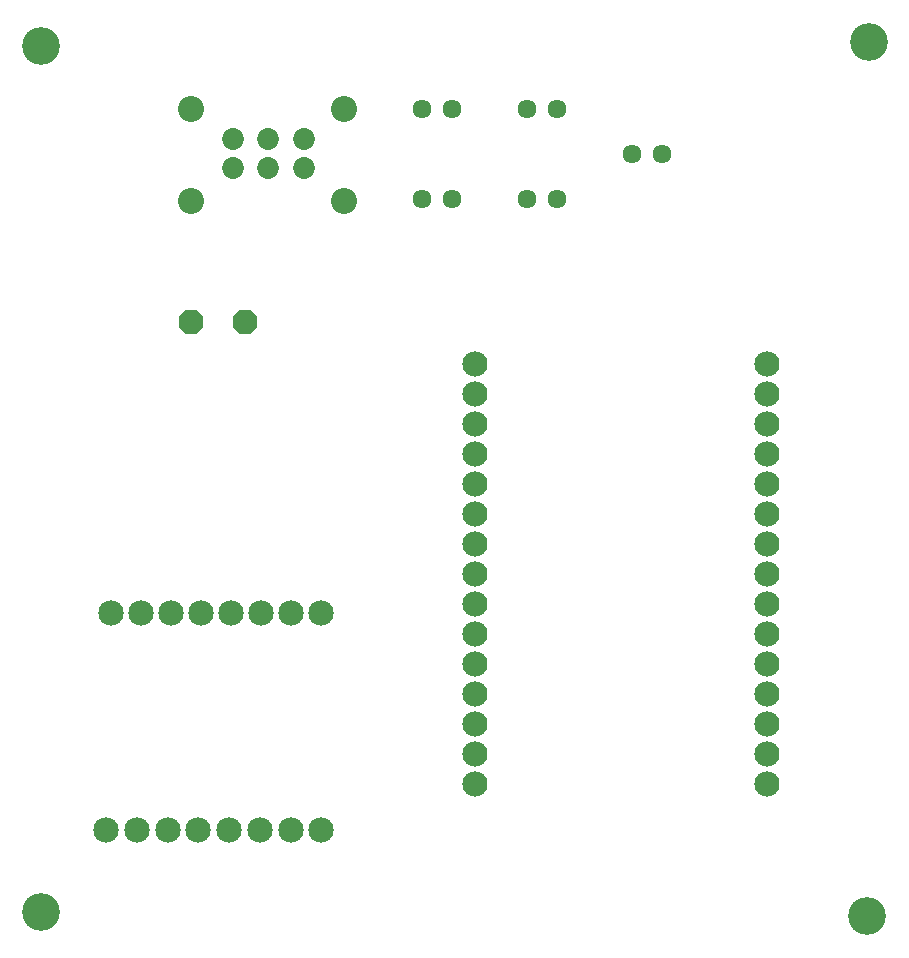
<source format=gbr>
G04 EAGLE Gerber RS-274X export*
G75*
%MOMM*%
%FSLAX34Y34*%
%LPD*%
%INSoldermask Bottom*%
%IPPOS*%
%AMOC8*
5,1,8,0,0,1.08239X$1,22.5*%
G01*
%ADD10C,3.203200*%
%ADD11C,2.153200*%
%ADD12C,2.133600*%
%ADD13C,1.611200*%
%ADD14C,1.853200*%
%ADD15C,2.203200*%
%ADD16P,2.281895X8X22.500000*%


D10*
X33020Y31750D03*
X732790Y27940D03*
X734060Y768350D03*
X33020Y764540D03*
D11*
X88655Y101355D03*
X114655Y101355D03*
X140655Y101355D03*
X166655Y101355D03*
X192655Y101355D03*
X218655Y101355D03*
X244655Y101355D03*
X270655Y101355D03*
D12*
X648480Y139600D03*
X648480Y165000D03*
X648480Y190400D03*
X648480Y215800D03*
X648480Y241200D03*
X648480Y266600D03*
X648480Y292000D03*
X648480Y317400D03*
X648480Y342800D03*
X648480Y368200D03*
X648480Y393600D03*
X648480Y419000D03*
X648480Y444400D03*
X648480Y469800D03*
X648480Y495200D03*
X400780Y139600D03*
X400780Y165000D03*
X400780Y190400D03*
X400780Y215800D03*
X400780Y241200D03*
X400780Y266600D03*
X400780Y292000D03*
X400780Y317400D03*
X400780Y342800D03*
X400780Y368200D03*
X400780Y393600D03*
X400780Y419000D03*
X400780Y444400D03*
X400780Y469800D03*
X400780Y495200D03*
D11*
X143510Y284480D03*
X118110Y284480D03*
X168910Y284480D03*
X194310Y284480D03*
X219710Y284480D03*
X245110Y284480D03*
X270510Y284480D03*
X92710Y284480D03*
D13*
X469900Y635000D03*
X444500Y635000D03*
X444500Y711200D03*
X469900Y711200D03*
X355600Y711200D03*
X381000Y711200D03*
X558800Y673100D03*
X533400Y673100D03*
X381000Y635000D03*
X355600Y635000D03*
D14*
X255830Y686120D03*
X225830Y686120D03*
X195830Y686120D03*
X255830Y661120D03*
X225830Y661120D03*
X195830Y661120D03*
D15*
X289560Y633730D03*
X289560Y711200D03*
X160020Y711200D03*
X160020Y633730D03*
D16*
X160020Y530860D03*
X205740Y530860D03*
M02*

</source>
